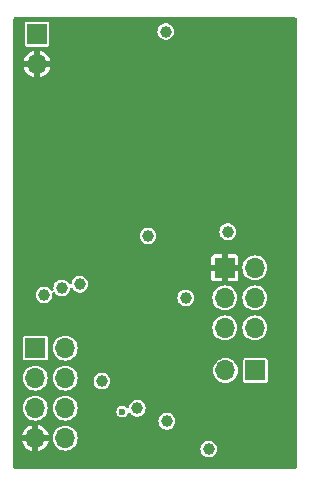
<source format=gbr>
%TF.GenerationSoftware,KiCad,Pcbnew,8.0.9-8.0.9-0~ubuntu24.04.1*%
%TF.CreationDate,2025-04-14T22:12:55+02:00*%
%TF.ProjectId,FastLapLights5V,46617374-4c61-4704-9c69-676874733556,MK6*%
%TF.SameCoordinates,Original*%
%TF.FileFunction,Copper,L2,Inr*%
%TF.FilePolarity,Positive*%
%FSLAX46Y46*%
G04 Gerber Fmt 4.6, Leading zero omitted, Abs format (unit mm)*
G04 Created by KiCad (PCBNEW 8.0.9-8.0.9-0~ubuntu24.04.1) date 2025-04-14 22:12:55*
%MOMM*%
%LPD*%
G01*
G04 APERTURE LIST*
%TA.AperFunction,ComponentPad*%
%ADD10R,1.700000X1.700000*%
%TD*%
%TA.AperFunction,ComponentPad*%
%ADD11O,1.700000X1.700000*%
%TD*%
%TA.AperFunction,ViaPad*%
%ADD12C,1.000000*%
%TD*%
%TA.AperFunction,ViaPad*%
%ADD13C,0.700000*%
%TD*%
%TA.AperFunction,ViaPad*%
%ADD14C,0.600000*%
%TD*%
G04 APERTURE END LIST*
D10*
%TO.N,+5V*%
%TO.C,J4*%
X44860000Y-115700000D03*
D11*
%TO.N,/START_LIGHTS_5V*%
X47400000Y-115700000D03*
%TO.N,/TRACK_LIGHTS_G*%
X44860000Y-118240000D03*
%TO.N,/TRACK_LIGHTS_R*%
X47400000Y-118240000D03*
%TO.N,/IO_POWER_RAIL_INT*%
X44860000Y-120780000D03*
%TO.N,/IO_POWER_RAIL_DATA*%
X47400000Y-120780000D03*
%TO.N,GND*%
X44860000Y-123320000D03*
%TO.N,+3.3V*%
X47400000Y-123320000D03*
%TD*%
D10*
%TO.N,VRAIL*%
%TO.C,J1*%
X45000000Y-89125000D03*
D11*
%TO.N,GND*%
X45000000Y-91665000D03*
%TD*%
D10*
%TO.N,/I2C_SDA*%
%TO.C,J3*%
X63500000Y-117600000D03*
D11*
%TO.N,/I2C_SCL*%
X60960000Y-117600000D03*
%TD*%
D10*
%TO.N,GND*%
%TO.C,J2*%
X60910000Y-108910000D03*
D11*
%TO.N,/SWD_SWCLK*%
X63450000Y-108910000D03*
%TO.N,+3.3V*%
X60910000Y-111450000D03*
%TO.N,/SWD_SWDIO*%
X63450000Y-111450000D03*
%TO.N,+3.3V*%
X60910000Y-113990000D03*
%TO.N,/SWD_NRST*%
X63450000Y-113990000D03*
%TD*%
D12*
%TO.N,GND*%
X53200000Y-116700000D03*
X45000000Y-93800000D03*
X50500000Y-124100000D03*
X50200000Y-107625000D03*
X63000000Y-120700000D03*
X53800000Y-98450000D03*
X59962500Y-92375000D03*
X64000000Y-88700000D03*
X52025000Y-110200000D03*
X57400000Y-121000000D03*
X54825000Y-111950000D03*
D13*
X55225686Y-117205686D03*
D12*
X54200000Y-92900000D03*
X52400000Y-114000000D03*
X58000000Y-113200000D03*
X52050000Y-93300000D03*
X59400000Y-116300000D03*
X56200000Y-120400000D03*
X47000000Y-107300000D03*
X66000000Y-88700000D03*
X66000000Y-109700000D03*
X51500000Y-119300000D03*
X43600000Y-109100000D03*
%TO.N,/TRACK_LIGHTS_R*%
X53500000Y-120800000D03*
%TO.N,+3.3V*%
X57600000Y-111450000D03*
%TO.N,/SWD_NRST*%
X56000000Y-121900000D03*
%TO.N,VRAIL*%
X47100000Y-110600000D03*
%TO.N,/IO_POWER_RAIL_DATA*%
X45600000Y-111200000D03*
D14*
%TO.N,/IO_POWER_RAIL_INT*%
X52224914Y-121075086D03*
D12*
%TO.N,+5V*%
X55900000Y-88900000D03*
X50500000Y-118500000D03*
X61150000Y-105850000D03*
X48625000Y-110300000D03*
X54400000Y-106200000D03*
%TO.N,Net-(JP1-B)*%
X59550000Y-124250000D03*
%TD*%
%TA.AperFunction,Conductor*%
%TO.N,GND*%
G36*
X66942539Y-87720185D02*
G01*
X66988294Y-87772989D01*
X66999500Y-87824500D01*
X66999500Y-125775500D01*
X66979815Y-125842539D01*
X66927011Y-125888294D01*
X66875500Y-125899500D01*
X43124500Y-125899500D01*
X43057461Y-125879815D01*
X43011706Y-125827011D01*
X43000500Y-125775500D01*
X43000500Y-123069999D01*
X43735487Y-123069999D01*
X43735488Y-123070000D01*
X44426988Y-123070000D01*
X44394075Y-123127007D01*
X44360000Y-123254174D01*
X44360000Y-123385826D01*
X44394075Y-123512993D01*
X44426988Y-123570000D01*
X43735488Y-123570000D01*
X43783062Y-123737205D01*
X43783067Y-123737218D01*
X43878061Y-123927991D01*
X44006500Y-124098071D01*
X44164000Y-124241651D01*
X44164002Y-124241653D01*
X44345201Y-124353846D01*
X44345207Y-124353849D01*
X44543941Y-124430838D01*
X44610000Y-124443186D01*
X44610000Y-123753012D01*
X44667007Y-123785925D01*
X44794174Y-123820000D01*
X44925826Y-123820000D01*
X45052993Y-123785925D01*
X45110000Y-123753012D01*
X45110000Y-124443185D01*
X45176058Y-124430838D01*
X45374792Y-124353849D01*
X45374798Y-124353846D01*
X45555997Y-124241653D01*
X45555999Y-124241651D01*
X45713499Y-124098071D01*
X45841938Y-123927991D01*
X45936932Y-123737218D01*
X45936937Y-123737205D01*
X45984512Y-123570000D01*
X45293012Y-123570000D01*
X45325925Y-123512993D01*
X45360000Y-123385826D01*
X45360000Y-123320000D01*
X46344417Y-123320000D01*
X46364699Y-123525932D01*
X46378067Y-123570000D01*
X46424768Y-123723954D01*
X46522315Y-123906450D01*
X46535134Y-123922070D01*
X46653589Y-124066410D01*
X46671526Y-124081130D01*
X46813550Y-124197685D01*
X46996046Y-124295232D01*
X47194066Y-124355300D01*
X47194065Y-124355300D01*
X47212529Y-124357118D01*
X47400000Y-124375583D01*
X47605934Y-124355300D01*
X47803954Y-124295232D01*
X47888576Y-124250000D01*
X58844355Y-124250000D01*
X58864859Y-124418869D01*
X58864860Y-124418874D01*
X58925182Y-124577931D01*
X58987475Y-124668177D01*
X59021817Y-124717929D01*
X59127505Y-124811560D01*
X59149150Y-124830736D01*
X59299773Y-124909789D01*
X59299775Y-124909790D01*
X59464944Y-124950500D01*
X59635056Y-124950500D01*
X59800225Y-124909790D01*
X59879692Y-124868081D01*
X59950849Y-124830736D01*
X59950850Y-124830734D01*
X59950852Y-124830734D01*
X60078183Y-124717929D01*
X60174818Y-124577930D01*
X60235140Y-124418872D01*
X60255645Y-124250000D01*
X60235140Y-124081128D01*
X60174818Y-123922070D01*
X60078183Y-123782071D01*
X59950852Y-123669266D01*
X59950849Y-123669263D01*
X59800226Y-123590210D01*
X59635056Y-123549500D01*
X59464944Y-123549500D01*
X59299773Y-123590210D01*
X59149150Y-123669263D01*
X59021816Y-123782072D01*
X58925182Y-123922068D01*
X58864860Y-124081125D01*
X58864859Y-124081130D01*
X58844355Y-124250000D01*
X47888576Y-124250000D01*
X47986450Y-124197685D01*
X48146410Y-124066410D01*
X48277685Y-123906450D01*
X48375232Y-123723954D01*
X48435300Y-123525934D01*
X48455583Y-123320000D01*
X48435300Y-123114066D01*
X48375232Y-122916046D01*
X48277685Y-122733550D01*
X48225702Y-122670209D01*
X48146410Y-122573589D01*
X47986452Y-122442317D01*
X47986453Y-122442317D01*
X47986450Y-122442315D01*
X47803954Y-122344768D01*
X47605934Y-122284700D01*
X47605932Y-122284699D01*
X47605934Y-122284699D01*
X47400000Y-122264417D01*
X47194067Y-122284699D01*
X46996043Y-122344769D01*
X46952715Y-122367929D01*
X46813550Y-122442315D01*
X46813548Y-122442316D01*
X46813547Y-122442317D01*
X46653589Y-122573589D01*
X46522317Y-122733547D01*
X46424769Y-122916043D01*
X46364699Y-123114067D01*
X46344417Y-123320000D01*
X45360000Y-123320000D01*
X45360000Y-123254174D01*
X45325925Y-123127007D01*
X45293012Y-123070000D01*
X45984512Y-123070000D01*
X45984512Y-123069999D01*
X45936937Y-122902794D01*
X45936932Y-122902781D01*
X45841938Y-122712008D01*
X45713499Y-122541928D01*
X45555999Y-122398348D01*
X45555997Y-122398346D01*
X45374798Y-122286153D01*
X45374789Y-122286149D01*
X45176063Y-122209163D01*
X45176058Y-122209162D01*
X45110000Y-122196813D01*
X45110000Y-122886988D01*
X45052993Y-122854075D01*
X44925826Y-122820000D01*
X44794174Y-122820000D01*
X44667007Y-122854075D01*
X44610000Y-122886988D01*
X44610000Y-122196813D01*
X44543941Y-122209162D01*
X44543936Y-122209163D01*
X44345210Y-122286149D01*
X44345201Y-122286153D01*
X44164002Y-122398346D01*
X44164000Y-122398348D01*
X44006500Y-122541928D01*
X43878061Y-122712008D01*
X43783067Y-122902781D01*
X43783062Y-122902794D01*
X43735487Y-123069999D01*
X43000500Y-123069999D01*
X43000500Y-121900000D01*
X55294355Y-121900000D01*
X55314859Y-122068869D01*
X55314860Y-122068874D01*
X55375182Y-122227931D01*
X55437475Y-122318177D01*
X55471817Y-122367929D01*
X55555782Y-122442315D01*
X55599150Y-122480736D01*
X55715742Y-122541928D01*
X55749775Y-122559790D01*
X55914944Y-122600500D01*
X56085056Y-122600500D01*
X56250225Y-122559790D01*
X56329692Y-122518081D01*
X56400849Y-122480736D01*
X56400850Y-122480734D01*
X56400852Y-122480734D01*
X56528183Y-122367929D01*
X56624818Y-122227930D01*
X56685140Y-122068872D01*
X56705645Y-121900000D01*
X56685140Y-121731128D01*
X56624818Y-121572070D01*
X56528183Y-121432071D01*
X56400852Y-121319266D01*
X56400849Y-121319263D01*
X56250226Y-121240210D01*
X56085056Y-121199500D01*
X55914944Y-121199500D01*
X55749773Y-121240210D01*
X55599150Y-121319263D01*
X55471816Y-121432072D01*
X55375182Y-121572068D01*
X55314860Y-121731125D01*
X55314859Y-121731130D01*
X55294355Y-121900000D01*
X43000500Y-121900000D01*
X43000500Y-120780000D01*
X43804417Y-120780000D01*
X43824699Y-120985932D01*
X43824700Y-120985934D01*
X43884768Y-121183954D01*
X43982315Y-121366450D01*
X43982317Y-121366452D01*
X44113589Y-121526410D01*
X44169227Y-121572070D01*
X44273550Y-121657685D01*
X44456046Y-121755232D01*
X44654066Y-121815300D01*
X44654065Y-121815300D01*
X44672529Y-121817118D01*
X44860000Y-121835583D01*
X45065934Y-121815300D01*
X45263954Y-121755232D01*
X45446450Y-121657685D01*
X45606410Y-121526410D01*
X45737685Y-121366450D01*
X45835232Y-121183954D01*
X45895300Y-120985934D01*
X45915583Y-120780000D01*
X46344417Y-120780000D01*
X46364699Y-120985932D01*
X46364700Y-120985934D01*
X46424768Y-121183954D01*
X46522315Y-121366450D01*
X46522317Y-121366452D01*
X46653589Y-121526410D01*
X46709227Y-121572070D01*
X46813550Y-121657685D01*
X46996046Y-121755232D01*
X47194066Y-121815300D01*
X47194065Y-121815300D01*
X47212529Y-121817118D01*
X47400000Y-121835583D01*
X47605934Y-121815300D01*
X47803954Y-121755232D01*
X47986450Y-121657685D01*
X48146410Y-121526410D01*
X48277685Y-121366450D01*
X48375232Y-121183954D01*
X48408256Y-121075086D01*
X51719267Y-121075086D01*
X51739748Y-121217542D01*
X51786203Y-121319263D01*
X51799537Y-121348459D01*
X51893786Y-121457229D01*
X52014861Y-121535039D01*
X52014864Y-121535040D01*
X52014863Y-121535040D01*
X52122021Y-121566503D01*
X52140978Y-121572070D01*
X52152950Y-121575585D01*
X52152952Y-121575586D01*
X52152953Y-121575586D01*
X52296876Y-121575586D01*
X52296876Y-121575585D01*
X52434967Y-121535039D01*
X52556042Y-121457229D01*
X52650291Y-121348459D01*
X52709700Y-121218371D01*
X52755454Y-121165568D01*
X52822494Y-121145883D01*
X52889533Y-121165567D01*
X52924542Y-121199440D01*
X52971817Y-121267929D01*
X53062715Y-121348457D01*
X53099150Y-121380736D01*
X53196961Y-121432071D01*
X53249775Y-121459790D01*
X53414944Y-121500500D01*
X53585056Y-121500500D01*
X53750225Y-121459790D01*
X53829692Y-121418081D01*
X53900849Y-121380736D01*
X53900850Y-121380734D01*
X53900852Y-121380734D01*
X54028183Y-121267929D01*
X54124818Y-121127930D01*
X54185140Y-120968872D01*
X54205645Y-120800000D01*
X54185140Y-120631128D01*
X54124818Y-120472070D01*
X54028183Y-120332071D01*
X53900852Y-120219266D01*
X53900849Y-120219263D01*
X53750226Y-120140210D01*
X53585056Y-120099500D01*
X53414944Y-120099500D01*
X53249773Y-120140210D01*
X53099150Y-120219263D01*
X52971816Y-120332072D01*
X52875182Y-120472068D01*
X52814860Y-120631125D01*
X52814859Y-120631130D01*
X52810169Y-120669757D01*
X52782546Y-120733934D01*
X52724611Y-120772990D01*
X52654758Y-120774523D01*
X52595165Y-120738048D01*
X52593360Y-120736011D01*
X52556042Y-120692943D01*
X52434967Y-120615133D01*
X52434965Y-120615132D01*
X52434963Y-120615131D01*
X52434964Y-120615131D01*
X52296877Y-120574586D01*
X52296875Y-120574586D01*
X52152953Y-120574586D01*
X52152950Y-120574586D01*
X52014863Y-120615131D01*
X51893787Y-120692942D01*
X51799537Y-120801712D01*
X51799536Y-120801714D01*
X51739748Y-120932629D01*
X51719267Y-121075086D01*
X48408256Y-121075086D01*
X48435300Y-120985934D01*
X48455583Y-120780000D01*
X48435300Y-120574066D01*
X48375232Y-120376046D01*
X48277685Y-120193550D01*
X48200501Y-120099500D01*
X48146410Y-120033589D01*
X47986452Y-119902317D01*
X47986453Y-119902317D01*
X47986450Y-119902315D01*
X47803954Y-119804768D01*
X47605934Y-119744700D01*
X47605932Y-119744699D01*
X47605934Y-119744699D01*
X47400000Y-119724417D01*
X47194067Y-119744699D01*
X46996043Y-119804769D01*
X46885898Y-119863643D01*
X46813550Y-119902315D01*
X46813548Y-119902316D01*
X46813547Y-119902317D01*
X46653589Y-120033589D01*
X46522317Y-120193547D01*
X46522315Y-120193550D01*
X46483643Y-120265898D01*
X46424769Y-120376043D01*
X46364699Y-120574067D01*
X46344417Y-120780000D01*
X45915583Y-120780000D01*
X45895300Y-120574066D01*
X45835232Y-120376046D01*
X45737685Y-120193550D01*
X45660501Y-120099500D01*
X45606410Y-120033589D01*
X45446452Y-119902317D01*
X45446453Y-119902317D01*
X45446450Y-119902315D01*
X45263954Y-119804768D01*
X45065934Y-119744700D01*
X45065932Y-119744699D01*
X45065934Y-119744699D01*
X44860000Y-119724417D01*
X44654067Y-119744699D01*
X44456043Y-119804769D01*
X44345898Y-119863643D01*
X44273550Y-119902315D01*
X44273548Y-119902316D01*
X44273547Y-119902317D01*
X44113589Y-120033589D01*
X43982317Y-120193547D01*
X43982315Y-120193550D01*
X43943643Y-120265898D01*
X43884769Y-120376043D01*
X43824699Y-120574067D01*
X43804417Y-120780000D01*
X43000500Y-120780000D01*
X43000500Y-118240000D01*
X43804417Y-118240000D01*
X43824699Y-118445932D01*
X43849664Y-118528229D01*
X43884768Y-118643954D01*
X43982315Y-118826450D01*
X44016969Y-118868677D01*
X44113589Y-118986410D01*
X44210209Y-119065702D01*
X44273550Y-119117685D01*
X44456046Y-119215232D01*
X44654066Y-119275300D01*
X44654065Y-119275300D01*
X44672529Y-119277118D01*
X44860000Y-119295583D01*
X45065934Y-119275300D01*
X45263954Y-119215232D01*
X45446450Y-119117685D01*
X45606410Y-118986410D01*
X45737685Y-118826450D01*
X45835232Y-118643954D01*
X45895300Y-118445934D01*
X45915583Y-118240000D01*
X46344417Y-118240000D01*
X46364699Y-118445932D01*
X46389664Y-118528229D01*
X46424768Y-118643954D01*
X46522315Y-118826450D01*
X46556969Y-118868677D01*
X46653589Y-118986410D01*
X46750209Y-119065702D01*
X46813550Y-119117685D01*
X46996046Y-119215232D01*
X47194066Y-119275300D01*
X47194065Y-119275300D01*
X47212529Y-119277118D01*
X47400000Y-119295583D01*
X47605934Y-119275300D01*
X47803954Y-119215232D01*
X47986450Y-119117685D01*
X48146410Y-118986410D01*
X48277685Y-118826450D01*
X48375232Y-118643954D01*
X48418899Y-118500000D01*
X49794355Y-118500000D01*
X49814859Y-118668869D01*
X49814860Y-118668874D01*
X49875182Y-118827931D01*
X49937475Y-118918177D01*
X49971817Y-118967929D01*
X50077505Y-119061560D01*
X50099150Y-119080736D01*
X50249773Y-119159789D01*
X50249775Y-119159790D01*
X50414944Y-119200500D01*
X50585056Y-119200500D01*
X50750225Y-119159790D01*
X50830454Y-119117682D01*
X50900849Y-119080736D01*
X50900850Y-119080734D01*
X50900852Y-119080734D01*
X51028183Y-118967929D01*
X51124818Y-118827930D01*
X51185140Y-118668872D01*
X51205645Y-118500000D01*
X51185140Y-118331128D01*
X51124818Y-118172070D01*
X51028183Y-118032071D01*
X50900852Y-117919266D01*
X50900849Y-117919263D01*
X50750226Y-117840210D01*
X50585056Y-117799500D01*
X50414944Y-117799500D01*
X50249773Y-117840210D01*
X50099150Y-117919263D01*
X49971816Y-118032072D01*
X49875182Y-118172068D01*
X49814860Y-118331125D01*
X49814859Y-118331130D01*
X49794355Y-118500000D01*
X48418899Y-118500000D01*
X48435300Y-118445934D01*
X48455583Y-118240000D01*
X48435300Y-118034066D01*
X48375232Y-117836046D01*
X48277685Y-117653550D01*
X48233737Y-117600000D01*
X59904417Y-117600000D01*
X59924699Y-117805932D01*
X59924700Y-117805934D01*
X59984768Y-118003954D01*
X60082315Y-118186450D01*
X60082317Y-118186452D01*
X60213589Y-118346410D01*
X60310209Y-118425702D01*
X60373550Y-118477685D01*
X60556046Y-118575232D01*
X60754066Y-118635300D01*
X60754065Y-118635300D01*
X60772529Y-118637118D01*
X60960000Y-118655583D01*
X61165934Y-118635300D01*
X61363954Y-118575232D01*
X61546450Y-118477685D01*
X61706410Y-118346410D01*
X61837685Y-118186450D01*
X61935232Y-118003954D01*
X61995300Y-117805934D01*
X62015583Y-117600000D01*
X61995300Y-117394066D01*
X61935232Y-117196046D01*
X61837685Y-117013550D01*
X61785702Y-116950209D01*
X61706410Y-116853589D01*
X61580794Y-116750500D01*
X61556115Y-116730247D01*
X62449500Y-116730247D01*
X62449500Y-118469752D01*
X62461131Y-118528229D01*
X62461132Y-118528230D01*
X62505447Y-118594552D01*
X62571769Y-118638867D01*
X62571770Y-118638868D01*
X62630247Y-118650499D01*
X62630250Y-118650500D01*
X62630252Y-118650500D01*
X64369750Y-118650500D01*
X64369751Y-118650499D01*
X64384568Y-118647552D01*
X64428229Y-118638868D01*
X64428229Y-118638867D01*
X64428231Y-118638867D01*
X64494552Y-118594552D01*
X64538867Y-118528231D01*
X64538867Y-118528229D01*
X64538868Y-118528229D01*
X64550499Y-118469752D01*
X64550500Y-118469750D01*
X64550500Y-116730249D01*
X64550499Y-116730247D01*
X64538868Y-116671770D01*
X64538867Y-116671769D01*
X64494552Y-116605447D01*
X64428230Y-116561132D01*
X64428229Y-116561131D01*
X64369752Y-116549500D01*
X64369748Y-116549500D01*
X62630252Y-116549500D01*
X62630247Y-116549500D01*
X62571770Y-116561131D01*
X62571769Y-116561132D01*
X62505447Y-116605447D01*
X62461132Y-116671769D01*
X62461131Y-116671770D01*
X62449500Y-116730247D01*
X61556115Y-116730247D01*
X61546450Y-116722315D01*
X61363954Y-116624768D01*
X61165934Y-116564700D01*
X61165932Y-116564699D01*
X61165934Y-116564699D01*
X60960000Y-116544417D01*
X60754067Y-116564699D01*
X60556043Y-116624769D01*
X60468114Y-116671769D01*
X60373550Y-116722315D01*
X60373548Y-116722316D01*
X60373547Y-116722317D01*
X60213589Y-116853589D01*
X60082317Y-117013547D01*
X59984769Y-117196043D01*
X59924699Y-117394067D01*
X59904417Y-117600000D01*
X48233737Y-117600000D01*
X48225702Y-117590209D01*
X48146410Y-117493589D01*
X47986452Y-117362317D01*
X47986453Y-117362317D01*
X47986450Y-117362315D01*
X47803954Y-117264768D01*
X47605934Y-117204700D01*
X47605932Y-117204699D01*
X47605934Y-117204699D01*
X47400000Y-117184417D01*
X47194067Y-117204699D01*
X46996043Y-117264769D01*
X46885898Y-117323643D01*
X46813550Y-117362315D01*
X46813548Y-117362316D01*
X46813547Y-117362317D01*
X46653589Y-117493589D01*
X46522317Y-117653547D01*
X46424769Y-117836043D01*
X46364699Y-118034067D01*
X46344417Y-118240000D01*
X45915583Y-118240000D01*
X45895300Y-118034066D01*
X45835232Y-117836046D01*
X45737685Y-117653550D01*
X45685702Y-117590209D01*
X45606410Y-117493589D01*
X45446452Y-117362317D01*
X45446453Y-117362317D01*
X45446450Y-117362315D01*
X45263954Y-117264768D01*
X45065934Y-117204700D01*
X45065932Y-117204699D01*
X45065934Y-117204699D01*
X44860000Y-117184417D01*
X44654067Y-117204699D01*
X44456043Y-117264769D01*
X44345898Y-117323643D01*
X44273550Y-117362315D01*
X44273548Y-117362316D01*
X44273547Y-117362317D01*
X44113589Y-117493589D01*
X43982317Y-117653547D01*
X43884769Y-117836043D01*
X43824699Y-118034067D01*
X43804417Y-118240000D01*
X43000500Y-118240000D01*
X43000500Y-114830247D01*
X43809500Y-114830247D01*
X43809500Y-116569752D01*
X43821131Y-116628229D01*
X43821132Y-116628230D01*
X43865447Y-116694552D01*
X43931769Y-116738867D01*
X43931770Y-116738868D01*
X43990247Y-116750499D01*
X43990250Y-116750500D01*
X43990252Y-116750500D01*
X45729750Y-116750500D01*
X45729751Y-116750499D01*
X45744568Y-116747552D01*
X45788229Y-116738868D01*
X45788229Y-116738867D01*
X45788231Y-116738867D01*
X45854552Y-116694552D01*
X45898867Y-116628231D01*
X45898867Y-116628229D01*
X45898868Y-116628229D01*
X45910499Y-116569752D01*
X45910500Y-116569750D01*
X45910500Y-115700000D01*
X46344417Y-115700000D01*
X46364699Y-115905932D01*
X46364700Y-115905934D01*
X46424768Y-116103954D01*
X46522315Y-116286450D01*
X46522317Y-116286452D01*
X46653589Y-116446410D01*
X46750209Y-116525702D01*
X46813550Y-116577685D01*
X46996046Y-116675232D01*
X47194066Y-116735300D01*
X47194065Y-116735300D01*
X47212529Y-116737118D01*
X47400000Y-116755583D01*
X47605934Y-116735300D01*
X47803954Y-116675232D01*
X47986450Y-116577685D01*
X48146410Y-116446410D01*
X48277685Y-116286450D01*
X48375232Y-116103954D01*
X48435300Y-115905934D01*
X48455583Y-115700000D01*
X48435300Y-115494066D01*
X48375232Y-115296046D01*
X48277685Y-115113550D01*
X48205261Y-115025300D01*
X48146410Y-114953589D01*
X47996121Y-114830252D01*
X47986450Y-114822315D01*
X47803954Y-114724768D01*
X47605934Y-114664700D01*
X47605932Y-114664699D01*
X47605934Y-114664699D01*
X47400000Y-114644417D01*
X47194067Y-114664699D01*
X46996043Y-114724769D01*
X46908114Y-114771769D01*
X46813550Y-114822315D01*
X46813548Y-114822316D01*
X46813547Y-114822317D01*
X46653589Y-114953589D01*
X46522317Y-115113547D01*
X46424769Y-115296043D01*
X46364699Y-115494067D01*
X46344417Y-115700000D01*
X45910500Y-115700000D01*
X45910500Y-114830249D01*
X45910499Y-114830247D01*
X45898868Y-114771770D01*
X45898867Y-114771769D01*
X45854552Y-114705447D01*
X45788230Y-114661132D01*
X45788229Y-114661131D01*
X45729752Y-114649500D01*
X45729748Y-114649500D01*
X43990252Y-114649500D01*
X43990247Y-114649500D01*
X43931770Y-114661131D01*
X43931769Y-114661132D01*
X43865447Y-114705447D01*
X43821132Y-114771769D01*
X43821131Y-114771770D01*
X43809500Y-114830247D01*
X43000500Y-114830247D01*
X43000500Y-113990000D01*
X59854417Y-113990000D01*
X59874699Y-114195932D01*
X59874700Y-114195934D01*
X59934768Y-114393954D01*
X60032315Y-114576450D01*
X60032317Y-114576452D01*
X60163589Y-114736410D01*
X60260209Y-114815702D01*
X60323550Y-114867685D01*
X60506046Y-114965232D01*
X60704066Y-115025300D01*
X60704065Y-115025300D01*
X60722529Y-115027118D01*
X60910000Y-115045583D01*
X61115934Y-115025300D01*
X61313954Y-114965232D01*
X61496450Y-114867685D01*
X61656410Y-114736410D01*
X61787685Y-114576450D01*
X61885232Y-114393954D01*
X61945300Y-114195934D01*
X61965583Y-113990000D01*
X62394417Y-113990000D01*
X62414699Y-114195932D01*
X62414700Y-114195934D01*
X62474768Y-114393954D01*
X62572315Y-114576450D01*
X62572317Y-114576452D01*
X62703589Y-114736410D01*
X62800209Y-114815702D01*
X62863550Y-114867685D01*
X63046046Y-114965232D01*
X63244066Y-115025300D01*
X63244065Y-115025300D01*
X63262529Y-115027118D01*
X63450000Y-115045583D01*
X63655934Y-115025300D01*
X63853954Y-114965232D01*
X64036450Y-114867685D01*
X64196410Y-114736410D01*
X64327685Y-114576450D01*
X64425232Y-114393954D01*
X64485300Y-114195934D01*
X64505583Y-113990000D01*
X64485300Y-113784066D01*
X64425232Y-113586046D01*
X64327685Y-113403550D01*
X64275702Y-113340209D01*
X64196410Y-113243589D01*
X64036452Y-113112317D01*
X64036453Y-113112317D01*
X64036450Y-113112315D01*
X63853954Y-113014768D01*
X63655934Y-112954700D01*
X63655932Y-112954699D01*
X63655934Y-112954699D01*
X63450000Y-112934417D01*
X63244067Y-112954699D01*
X63046043Y-113014769D01*
X62935898Y-113073643D01*
X62863550Y-113112315D01*
X62863548Y-113112316D01*
X62863547Y-113112317D01*
X62703589Y-113243589D01*
X62572317Y-113403547D01*
X62474769Y-113586043D01*
X62414699Y-113784067D01*
X62394417Y-113990000D01*
X61965583Y-113990000D01*
X61945300Y-113784066D01*
X61885232Y-113586046D01*
X61787685Y-113403550D01*
X61735702Y-113340209D01*
X61656410Y-113243589D01*
X61496452Y-113112317D01*
X61496453Y-113112317D01*
X61496450Y-113112315D01*
X61313954Y-113014768D01*
X61115934Y-112954700D01*
X61115932Y-112954699D01*
X61115934Y-112954699D01*
X60910000Y-112934417D01*
X60704067Y-112954699D01*
X60506043Y-113014769D01*
X60395898Y-113073643D01*
X60323550Y-113112315D01*
X60323548Y-113112316D01*
X60323547Y-113112317D01*
X60163589Y-113243589D01*
X60032317Y-113403547D01*
X59934769Y-113586043D01*
X59874699Y-113784067D01*
X59854417Y-113990000D01*
X43000500Y-113990000D01*
X43000500Y-111200000D01*
X44894355Y-111200000D01*
X44914859Y-111368869D01*
X44914860Y-111368874D01*
X44975182Y-111527931D01*
X45037475Y-111618177D01*
X45071817Y-111667929D01*
X45177505Y-111761560D01*
X45199150Y-111780736D01*
X45338659Y-111853956D01*
X45349775Y-111859790D01*
X45514944Y-111900500D01*
X45685056Y-111900500D01*
X45850225Y-111859790D01*
X45929692Y-111818081D01*
X46000849Y-111780736D01*
X46000850Y-111780734D01*
X46000852Y-111780734D01*
X46128183Y-111667929D01*
X46224818Y-111527930D01*
X46254373Y-111450000D01*
X56894355Y-111450000D01*
X56914859Y-111618869D01*
X56914860Y-111618874D01*
X56975182Y-111777931D01*
X57027658Y-111853954D01*
X57071817Y-111917929D01*
X57177505Y-112011560D01*
X57199150Y-112030736D01*
X57349773Y-112109789D01*
X57349775Y-112109790D01*
X57514944Y-112150500D01*
X57685056Y-112150500D01*
X57850225Y-112109790D01*
X57929692Y-112068081D01*
X58000849Y-112030736D01*
X58000850Y-112030734D01*
X58000852Y-112030734D01*
X58128183Y-111917929D01*
X58224818Y-111777930D01*
X58285140Y-111618872D01*
X58305645Y-111450000D01*
X59854417Y-111450000D01*
X59874699Y-111655932D01*
X59904734Y-111754944D01*
X59934768Y-111853954D01*
X60032315Y-112036450D01*
X60032317Y-112036452D01*
X60163589Y-112196410D01*
X60260209Y-112275702D01*
X60323550Y-112327685D01*
X60506046Y-112425232D01*
X60704066Y-112485300D01*
X60704065Y-112485300D01*
X60722529Y-112487118D01*
X60910000Y-112505583D01*
X61115934Y-112485300D01*
X61313954Y-112425232D01*
X61496450Y-112327685D01*
X61656410Y-112196410D01*
X61787685Y-112036450D01*
X61885232Y-111853954D01*
X61945300Y-111655934D01*
X61965583Y-111450000D01*
X62394417Y-111450000D01*
X62414699Y-111655932D01*
X62444734Y-111754944D01*
X62474768Y-111853954D01*
X62572315Y-112036450D01*
X62572317Y-112036452D01*
X62703589Y-112196410D01*
X62800209Y-112275702D01*
X62863550Y-112327685D01*
X63046046Y-112425232D01*
X63244066Y-112485300D01*
X63244065Y-112485300D01*
X63262529Y-112487118D01*
X63450000Y-112505583D01*
X63655934Y-112485300D01*
X63853954Y-112425232D01*
X64036450Y-112327685D01*
X64196410Y-112196410D01*
X64327685Y-112036450D01*
X64425232Y-111853954D01*
X64485300Y-111655934D01*
X64505583Y-111450000D01*
X64485300Y-111244066D01*
X64425232Y-111046046D01*
X64327685Y-110863550D01*
X64249987Y-110768874D01*
X64196410Y-110703589D01*
X64036452Y-110572317D01*
X64036453Y-110572317D01*
X64036450Y-110572315D01*
X63853954Y-110474768D01*
X63655934Y-110414700D01*
X63655932Y-110414699D01*
X63655934Y-110414699D01*
X63450000Y-110394417D01*
X63244067Y-110414699D01*
X63046043Y-110474769D01*
X62935898Y-110533643D01*
X62863550Y-110572315D01*
X62863548Y-110572316D01*
X62863547Y-110572317D01*
X62703589Y-110703589D01*
X62586277Y-110846537D01*
X62572315Y-110863550D01*
X62569260Y-110869266D01*
X62474769Y-111046043D01*
X62414699Y-111244067D01*
X62394417Y-111450000D01*
X61965583Y-111450000D01*
X61945300Y-111244066D01*
X61885232Y-111046046D01*
X61787685Y-110863550D01*
X61709987Y-110768874D01*
X61656410Y-110703589D01*
X61496452Y-110572317D01*
X61496453Y-110572317D01*
X61496450Y-110572315D01*
X61313954Y-110474768D01*
X61115934Y-110414700D01*
X61115932Y-110414699D01*
X61115934Y-110414699D01*
X60910000Y-110394417D01*
X60704067Y-110414699D01*
X60506043Y-110474769D01*
X60395898Y-110533643D01*
X60323550Y-110572315D01*
X60323548Y-110572316D01*
X60323547Y-110572317D01*
X60163589Y-110703589D01*
X60046277Y-110846537D01*
X60032315Y-110863550D01*
X60029260Y-110869266D01*
X59934769Y-111046043D01*
X59874699Y-111244067D01*
X59854417Y-111450000D01*
X58305645Y-111450000D01*
X58285140Y-111281128D01*
X58224818Y-111122070D01*
X58128183Y-110982071D01*
X58000852Y-110869266D01*
X58000849Y-110869263D01*
X57850226Y-110790210D01*
X57685056Y-110749500D01*
X57514944Y-110749500D01*
X57349773Y-110790210D01*
X57199150Y-110869263D01*
X57071816Y-110982072D01*
X56975182Y-111122068D01*
X56914860Y-111281125D01*
X56914859Y-111281130D01*
X56894355Y-111450000D01*
X46254373Y-111450000D01*
X46285140Y-111368872D01*
X46305645Y-111200000D01*
X46290008Y-111071223D01*
X46301468Y-111002304D01*
X46348371Y-110950518D01*
X46415827Y-110932310D01*
X46482418Y-110953462D01*
X46515153Y-110985839D01*
X46571815Y-111067927D01*
X46699150Y-111180736D01*
X46849773Y-111259789D01*
X46849775Y-111259790D01*
X47014944Y-111300500D01*
X47185056Y-111300500D01*
X47350225Y-111259790D01*
X47464144Y-111200000D01*
X47500849Y-111180736D01*
X47500850Y-111180734D01*
X47500852Y-111180734D01*
X47628183Y-111067929D01*
X47724818Y-110927930D01*
X47785140Y-110768872D01*
X47792451Y-110708653D01*
X47820072Y-110644478D01*
X47878006Y-110605420D01*
X47947858Y-110603885D01*
X48007453Y-110640358D01*
X48017596Y-110653160D01*
X48096815Y-110767927D01*
X48096816Y-110767928D01*
X48096817Y-110767929D01*
X48097884Y-110768874D01*
X48224150Y-110880736D01*
X48357109Y-110950518D01*
X48374775Y-110959790D01*
X48539944Y-111000500D01*
X48710056Y-111000500D01*
X48875225Y-110959790D01*
X48954692Y-110918081D01*
X49025849Y-110880736D01*
X49025850Y-110880734D01*
X49025852Y-110880734D01*
X49153183Y-110767929D01*
X49249818Y-110627930D01*
X49310140Y-110468872D01*
X49330645Y-110300000D01*
X49310140Y-110131128D01*
X49249818Y-109972070D01*
X49245340Y-109965583D01*
X49199726Y-109899500D01*
X49153183Y-109832071D01*
X49025852Y-109719266D01*
X49025849Y-109719263D01*
X48875226Y-109640210D01*
X48710056Y-109599500D01*
X48539944Y-109599500D01*
X48374773Y-109640210D01*
X48224150Y-109719263D01*
X48096816Y-109832072D01*
X48000182Y-109972068D01*
X47939860Y-110131125D01*
X47939859Y-110131131D01*
X47932548Y-110191345D01*
X47904926Y-110255523D01*
X47846991Y-110294579D01*
X47777139Y-110296114D01*
X47717545Y-110259639D01*
X47707402Y-110246839D01*
X47628183Y-110132071D01*
X47500852Y-110019266D01*
X47500849Y-110019263D01*
X47350226Y-109940210D01*
X47185056Y-109899500D01*
X47014944Y-109899500D01*
X46849773Y-109940210D01*
X46699150Y-110019263D01*
X46582638Y-110122484D01*
X46572882Y-110131128D01*
X46571816Y-110132072D01*
X46475182Y-110272068D01*
X46414860Y-110431125D01*
X46414859Y-110431130D01*
X46397716Y-110572317D01*
X46394355Y-110600000D01*
X46399756Y-110644478D01*
X46409991Y-110728772D01*
X46398531Y-110797696D01*
X46351627Y-110849482D01*
X46284171Y-110867689D01*
X46217580Y-110846537D01*
X46184845Y-110814160D01*
X46128183Y-110732071D01*
X46000852Y-110619266D01*
X46000849Y-110619263D01*
X45850226Y-110540210D01*
X45685056Y-110499500D01*
X45514944Y-110499500D01*
X45349773Y-110540210D01*
X45199150Y-110619263D01*
X45071816Y-110732072D01*
X44975182Y-110872068D01*
X44914860Y-111031125D01*
X44914859Y-111031130D01*
X44894355Y-111200000D01*
X43000500Y-111200000D01*
X43000500Y-108015205D01*
X59760000Y-108015205D01*
X59760000Y-108660000D01*
X60476988Y-108660000D01*
X60444075Y-108717007D01*
X60410000Y-108844174D01*
X60410000Y-108975826D01*
X60444075Y-109102993D01*
X60476988Y-109160000D01*
X59760001Y-109160000D01*
X59760001Y-109804785D01*
X59760002Y-109804808D01*
X59762908Y-109829869D01*
X59762909Y-109829873D01*
X59808211Y-109932474D01*
X59808214Y-109932479D01*
X59887520Y-110011785D01*
X59887525Y-110011788D01*
X59990123Y-110057089D01*
X60015206Y-110059999D01*
X60659999Y-110059999D01*
X60660000Y-110059998D01*
X60660000Y-109343012D01*
X60717007Y-109375925D01*
X60844174Y-109410000D01*
X60975826Y-109410000D01*
X61102993Y-109375925D01*
X61160000Y-109343012D01*
X61160000Y-110059999D01*
X61804786Y-110059999D01*
X61804808Y-110059997D01*
X61829869Y-110057091D01*
X61829873Y-110057090D01*
X61932474Y-110011788D01*
X61932479Y-110011785D01*
X62011785Y-109932479D01*
X62011788Y-109932474D01*
X62057089Y-109829877D01*
X62057089Y-109829875D01*
X62059999Y-109804794D01*
X62060000Y-109804791D01*
X62060000Y-109160000D01*
X61343012Y-109160000D01*
X61375925Y-109102993D01*
X61410000Y-108975826D01*
X61410000Y-108910000D01*
X62394417Y-108910000D01*
X62414699Y-109115932D01*
X62414700Y-109115934D01*
X62474768Y-109313954D01*
X62572315Y-109496450D01*
X62572317Y-109496452D01*
X62703589Y-109656410D01*
X62780177Y-109719263D01*
X62863550Y-109787685D01*
X63046046Y-109885232D01*
X63244066Y-109945300D01*
X63244065Y-109945300D01*
X63262529Y-109947118D01*
X63450000Y-109965583D01*
X63655934Y-109945300D01*
X63853954Y-109885232D01*
X64036450Y-109787685D01*
X64196410Y-109656410D01*
X64327685Y-109496450D01*
X64425232Y-109313954D01*
X64485300Y-109115934D01*
X64505583Y-108910000D01*
X64485300Y-108704066D01*
X64425232Y-108506046D01*
X64327685Y-108323550D01*
X64275702Y-108260209D01*
X64196410Y-108163589D01*
X64036452Y-108032317D01*
X64036453Y-108032317D01*
X64036450Y-108032315D01*
X63853954Y-107934768D01*
X63655934Y-107874700D01*
X63655932Y-107874699D01*
X63655934Y-107874699D01*
X63450000Y-107854417D01*
X63244067Y-107874699D01*
X63046043Y-107934769D01*
X62942487Y-107990122D01*
X62863550Y-108032315D01*
X62863548Y-108032316D01*
X62863547Y-108032317D01*
X62703589Y-108163589D01*
X62572317Y-108323547D01*
X62474769Y-108506043D01*
X62414699Y-108704067D01*
X62394417Y-108910000D01*
X61410000Y-108910000D01*
X61410000Y-108844174D01*
X61375925Y-108717007D01*
X61343012Y-108660000D01*
X62059999Y-108660000D01*
X62059999Y-108015214D01*
X62059997Y-108015191D01*
X62057091Y-107990130D01*
X62057090Y-107990126D01*
X62011788Y-107887525D01*
X62011785Y-107887520D01*
X61932479Y-107808214D01*
X61932474Y-107808211D01*
X61829876Y-107762910D01*
X61804794Y-107760000D01*
X61160000Y-107760000D01*
X61160000Y-108476988D01*
X61102993Y-108444075D01*
X60975826Y-108410000D01*
X60844174Y-108410000D01*
X60717007Y-108444075D01*
X60660000Y-108476988D01*
X60660000Y-107760000D01*
X60015214Y-107760000D01*
X60015191Y-107760002D01*
X59990130Y-107762908D01*
X59990126Y-107762909D01*
X59887525Y-107808211D01*
X59887520Y-107808214D01*
X59808214Y-107887520D01*
X59808211Y-107887525D01*
X59762910Y-107990122D01*
X59762910Y-107990124D01*
X59760000Y-108015205D01*
X43000500Y-108015205D01*
X43000500Y-106200000D01*
X53694355Y-106200000D01*
X53714859Y-106368869D01*
X53714860Y-106368874D01*
X53775182Y-106527931D01*
X53790761Y-106550500D01*
X53871817Y-106667929D01*
X53977505Y-106761560D01*
X53999150Y-106780736D01*
X54149773Y-106859789D01*
X54149775Y-106859790D01*
X54314944Y-106900500D01*
X54485056Y-106900500D01*
X54650225Y-106859790D01*
X54729692Y-106818081D01*
X54800849Y-106780736D01*
X54800850Y-106780734D01*
X54800852Y-106780734D01*
X54928183Y-106667929D01*
X55024818Y-106527930D01*
X55085140Y-106368872D01*
X55105645Y-106200000D01*
X55085140Y-106031128D01*
X55024818Y-105872070D01*
X55009584Y-105850000D01*
X60444355Y-105850000D01*
X60464859Y-106018869D01*
X60464860Y-106018874D01*
X60525182Y-106177931D01*
X60587475Y-106268177D01*
X60621817Y-106317929D01*
X60727505Y-106411560D01*
X60749150Y-106430736D01*
X60899773Y-106509789D01*
X60899775Y-106509790D01*
X61064944Y-106550500D01*
X61235056Y-106550500D01*
X61400225Y-106509790D01*
X61479692Y-106468081D01*
X61550849Y-106430736D01*
X61550850Y-106430734D01*
X61550852Y-106430734D01*
X61678183Y-106317929D01*
X61774818Y-106177930D01*
X61835140Y-106018872D01*
X61855645Y-105850000D01*
X61835140Y-105681128D01*
X61774818Y-105522070D01*
X61678183Y-105382071D01*
X61550852Y-105269266D01*
X61550849Y-105269263D01*
X61400226Y-105190210D01*
X61235056Y-105149500D01*
X61064944Y-105149500D01*
X60899773Y-105190210D01*
X60749150Y-105269263D01*
X60621816Y-105382072D01*
X60525182Y-105522068D01*
X60464860Y-105681125D01*
X60464859Y-105681130D01*
X60444355Y-105850000D01*
X55009584Y-105850000D01*
X54928183Y-105732071D01*
X54800852Y-105619266D01*
X54800849Y-105619263D01*
X54650226Y-105540210D01*
X54485056Y-105499500D01*
X54314944Y-105499500D01*
X54149773Y-105540210D01*
X53999150Y-105619263D01*
X53871816Y-105732072D01*
X53775182Y-105872068D01*
X53714860Y-106031125D01*
X53714859Y-106031130D01*
X53694355Y-106200000D01*
X43000500Y-106200000D01*
X43000500Y-91414999D01*
X43875487Y-91414999D01*
X43875488Y-91415000D01*
X44566988Y-91415000D01*
X44534075Y-91472007D01*
X44500000Y-91599174D01*
X44500000Y-91730826D01*
X44534075Y-91857993D01*
X44566988Y-91915000D01*
X43875488Y-91915000D01*
X43923062Y-92082205D01*
X43923067Y-92082218D01*
X44018061Y-92272991D01*
X44146500Y-92443071D01*
X44304000Y-92586651D01*
X44304002Y-92586653D01*
X44485201Y-92698846D01*
X44485207Y-92698849D01*
X44683941Y-92775838D01*
X44750000Y-92788186D01*
X44750000Y-92098012D01*
X44807007Y-92130925D01*
X44934174Y-92165000D01*
X45065826Y-92165000D01*
X45192993Y-92130925D01*
X45250000Y-92098012D01*
X45250000Y-92788185D01*
X45316058Y-92775838D01*
X45514792Y-92698849D01*
X45514798Y-92698846D01*
X45695997Y-92586653D01*
X45695999Y-92586651D01*
X45853499Y-92443071D01*
X45981938Y-92272991D01*
X46076932Y-92082218D01*
X46076937Y-92082205D01*
X46124512Y-91915000D01*
X45433012Y-91915000D01*
X45465925Y-91857993D01*
X45500000Y-91730826D01*
X45500000Y-91599174D01*
X45465925Y-91472007D01*
X45433012Y-91415000D01*
X46124512Y-91415000D01*
X46124512Y-91414999D01*
X46076937Y-91247794D01*
X46076932Y-91247781D01*
X45981938Y-91057008D01*
X45853499Y-90886928D01*
X45695999Y-90743348D01*
X45695997Y-90743346D01*
X45514798Y-90631153D01*
X45514789Y-90631149D01*
X45316063Y-90554163D01*
X45316058Y-90554162D01*
X45250000Y-90541813D01*
X45250000Y-91231988D01*
X45192993Y-91199075D01*
X45065826Y-91165000D01*
X44934174Y-91165000D01*
X44807007Y-91199075D01*
X44750000Y-91231988D01*
X44750000Y-90541813D01*
X44683941Y-90554162D01*
X44683936Y-90554163D01*
X44485210Y-90631149D01*
X44485201Y-90631153D01*
X44304002Y-90743346D01*
X44304000Y-90743348D01*
X44146500Y-90886928D01*
X44018061Y-91057008D01*
X43923067Y-91247781D01*
X43923062Y-91247794D01*
X43875487Y-91414999D01*
X43000500Y-91414999D01*
X43000500Y-88255247D01*
X43949500Y-88255247D01*
X43949500Y-89994752D01*
X43961131Y-90053229D01*
X43961132Y-90053230D01*
X44005447Y-90119552D01*
X44071769Y-90163867D01*
X44071770Y-90163868D01*
X44130247Y-90175499D01*
X44130250Y-90175500D01*
X44130252Y-90175500D01*
X45869750Y-90175500D01*
X45869751Y-90175499D01*
X45884568Y-90172552D01*
X45928229Y-90163868D01*
X45928229Y-90163867D01*
X45928231Y-90163867D01*
X45994552Y-90119552D01*
X46038867Y-90053231D01*
X46038867Y-90053229D01*
X46038868Y-90053229D01*
X46050499Y-89994752D01*
X46050500Y-89994750D01*
X46050500Y-88900000D01*
X55194355Y-88900000D01*
X55214859Y-89068869D01*
X55214860Y-89068874D01*
X55275182Y-89227931D01*
X55337475Y-89318177D01*
X55371817Y-89367929D01*
X55477505Y-89461560D01*
X55499150Y-89480736D01*
X55649773Y-89559789D01*
X55649775Y-89559790D01*
X55814944Y-89600500D01*
X55985056Y-89600500D01*
X56150225Y-89559790D01*
X56229692Y-89518081D01*
X56300849Y-89480736D01*
X56300850Y-89480734D01*
X56300852Y-89480734D01*
X56428183Y-89367929D01*
X56524818Y-89227930D01*
X56585140Y-89068872D01*
X56605645Y-88900000D01*
X56585140Y-88731128D01*
X56524818Y-88572070D01*
X56428183Y-88432071D01*
X56300852Y-88319266D01*
X56300849Y-88319263D01*
X56150226Y-88240210D01*
X55985056Y-88199500D01*
X55814944Y-88199500D01*
X55649773Y-88240210D01*
X55499150Y-88319263D01*
X55371816Y-88432072D01*
X55275182Y-88572068D01*
X55214860Y-88731125D01*
X55214859Y-88731130D01*
X55194355Y-88900000D01*
X46050500Y-88900000D01*
X46050500Y-88255249D01*
X46050499Y-88255247D01*
X46038868Y-88196770D01*
X46038867Y-88196769D01*
X45994552Y-88130447D01*
X45928230Y-88086132D01*
X45928229Y-88086131D01*
X45869752Y-88074500D01*
X45869748Y-88074500D01*
X44130252Y-88074500D01*
X44130247Y-88074500D01*
X44071770Y-88086131D01*
X44071769Y-88086132D01*
X44005447Y-88130447D01*
X43961132Y-88196769D01*
X43961131Y-88196770D01*
X43949500Y-88255247D01*
X43000500Y-88255247D01*
X43000500Y-87824500D01*
X43020185Y-87757461D01*
X43072989Y-87711706D01*
X43124500Y-87700500D01*
X66875500Y-87700500D01*
X66942539Y-87720185D01*
G37*
%TD.AperFunction*%
%TD*%
M02*

</source>
